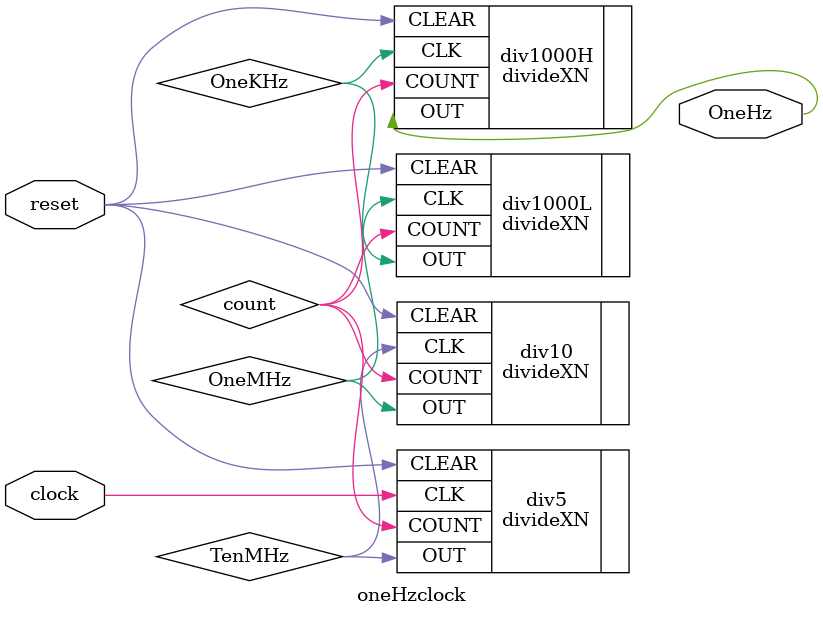
<source format=v>
module oneHzclock
(
		input clock, reset, //input
		output OneHz		  //output
);
wire TenMHz, OneMHz, OneKHz; //wires

//dividing 1MHz by 5
divideXN #(3'd5,3'd3) div5
(
	.CLK(clock),  
	.CLEAR(reset),
	.OUT(TenMHz),
	.COUNT(count)
);

//divide b 10
divideXN #(4'd10,4'd4) div10
(
	.CLK(TenMHz),  
	.CLEAR(reset),
	.OUT(OneMHz),
	.COUNT(count)
);

//divide by 1000
divideXN #(10'd1000,4'd10) div1000L
(
	.CLK(OneMHz),  
	.CLEAR(reset),
	.OUT(OneKHz),
	.COUNT(count)
);

//divide by 1000
divideXN #(10'd1000,4'd10) div1000H
(
	.CLK(OneKHz),  
	.CLEAR(reset),
	.OUT(OneHz),
	.COUNT(count)
);
endmodule

</source>
